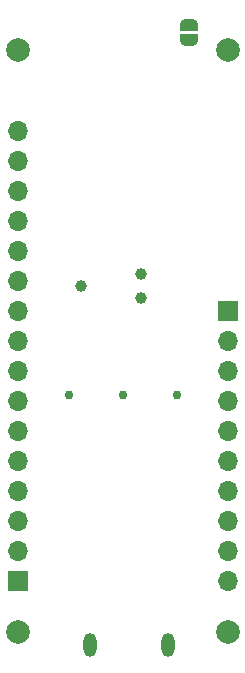
<source format=gbr>
%TF.GenerationSoftware,KiCad,Pcbnew,7.0.2*%
%TF.CreationDate,2024-02-26T12:12:44+02:00*%
%TF.ProjectId,STM32_EVB,53544d33-325f-4455-9642-2e6b69636164,01*%
%TF.SameCoordinates,Original*%
%TF.FileFunction,Soldermask,Bot*%
%TF.FilePolarity,Negative*%
%FSLAX46Y46*%
G04 Gerber Fmt 4.6, Leading zero omitted, Abs format (unit mm)*
G04 Created by KiCad (PCBNEW 7.0.2) date 2024-02-26 12:12:44*
%MOMM*%
%LPD*%
G01*
G04 APERTURE LIST*
G04 Aperture macros list*
%AMFreePoly0*
4,1,19,0.500000,-0.750000,0.000000,-0.750000,0.000000,-0.744911,-0.071157,-0.744911,-0.207708,-0.704816,-0.327430,-0.627875,-0.420627,-0.520320,-0.479746,-0.390866,-0.500000,-0.250000,-0.500000,0.250000,-0.479746,0.390866,-0.420627,0.520320,-0.327430,0.627875,-0.207708,0.704816,-0.071157,0.744911,0.000000,0.744911,0.000000,0.750000,0.500000,0.750000,0.500000,-0.750000,0.500000,-0.750000,
$1*%
%AMFreePoly1*
4,1,19,0.000000,0.744911,0.071157,0.744911,0.207708,0.704816,0.327430,0.627875,0.420627,0.520320,0.479746,0.390866,0.500000,0.250000,0.500000,-0.250000,0.479746,-0.390866,0.420627,-0.520320,0.327430,-0.627875,0.207708,-0.704816,0.071157,-0.744911,0.000000,-0.744911,0.000000,-0.750000,-0.500000,-0.750000,-0.500000,0.750000,0.000000,0.750000,0.000000,0.744911,0.000000,0.744911,
$1*%
G04 Aperture macros list end*
%ADD10C,2.000000*%
%ADD11C,0.750000*%
%ADD12C,0.990600*%
%ADD13R,1.700000X1.700000*%
%ADD14O,1.700000X1.700000*%
%ADD15O,1.104000X2.004000*%
%ADD16FreePoly0,90.000000*%
%ADD17FreePoly1,90.000000*%
G04 APERTURE END LIST*
D10*
%TO.C,H3*%
X88900000Y-98298000D03*
%TD*%
%TO.C,H4*%
X106680000Y-98298000D03*
%TD*%
%TO.C,H1*%
X88900000Y-49022000D03*
%TD*%
%TO.C,H2*%
X106680000Y-49022000D03*
%TD*%
D11*
%TO.C,S3*%
X102362000Y-78240000D03*
%TD*%
%TO.C,S1*%
X93218000Y-78240000D03*
%TD*%
%TO.C,S2*%
X97790000Y-78240000D03*
%TD*%
D12*
%TO.C,J3*%
X94234000Y-68961000D03*
X99314000Y-67945000D03*
X99314000Y-69977000D03*
%TD*%
D13*
%TO.C,J5*%
X88900000Y-93980000D03*
D14*
X88900000Y-91440000D03*
X88900000Y-88900000D03*
X88900000Y-86360000D03*
X88900000Y-83820000D03*
X88900000Y-81280000D03*
X88900000Y-78740000D03*
X88900000Y-76200000D03*
X88900000Y-73660000D03*
X88900000Y-71120000D03*
X88900000Y-68580000D03*
X88900000Y-66040000D03*
X88900000Y-63500000D03*
X88900000Y-60960000D03*
X88900000Y-58420000D03*
X88900000Y-55880000D03*
%TD*%
D15*
%TO.C,J2*%
X94998000Y-99385500D03*
X101598000Y-99385500D03*
%TD*%
D13*
%TO.C,J4*%
X106680000Y-71120000D03*
D14*
X106680000Y-73660000D03*
X106680000Y-76200000D03*
X106680000Y-78740000D03*
X106680000Y-81280000D03*
X106680000Y-83820000D03*
X106680000Y-86360000D03*
X106680000Y-88900000D03*
X106680000Y-91440000D03*
X106680000Y-93980000D03*
%TD*%
D16*
%TO.C,JP1*%
X103378000Y-48148000D03*
D17*
X103378000Y-46848000D03*
%TD*%
M02*

</source>
